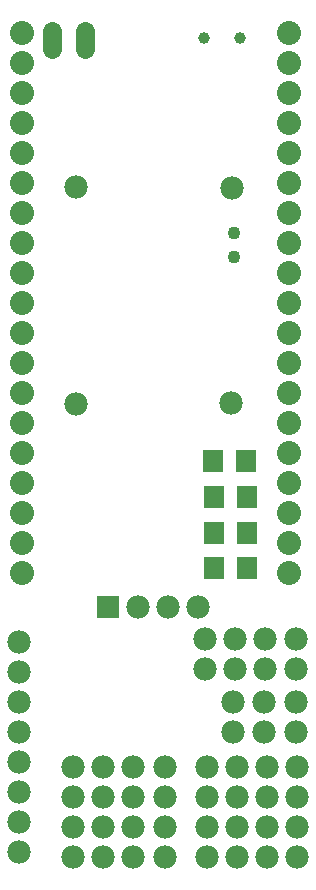
<source format=gbr>
G04 EAGLE Gerber RS-274X export*
G75*
%MOMM*%
%FSLAX34Y34*%
%LPD*%
%INSoldermask Bottom*%
%IPPOS*%
%AMOC8*
5,1,8,0,0,1.08239X$1,22.5*%
G01*
%ADD10C,1.101600*%
%ADD11C,1.625600*%
%ADD12C,1.981200*%
%ADD13C,1.001600*%
%ADD14R,1.701600X1.901600*%
%ADD15C,2.032000*%
%ADD16R,1.981200X1.981200*%


D10*
X196500Y543500D03*
X196500Y524000D03*
D11*
X42826Y699435D02*
X42826Y714675D01*
X70766Y714675D02*
X70766Y699435D01*
D12*
X194541Y399870D03*
X63041Y399370D03*
X63041Y582870D03*
X195541Y582370D03*
D13*
X171500Y709000D03*
X201500Y709000D03*
D14*
X207000Y350500D03*
X179000Y350500D03*
D12*
X223500Y174500D03*
X223500Y199900D03*
X249000Y121500D03*
X249000Y146900D03*
X249000Y175000D03*
X249000Y200400D03*
D15*
X243700Y255800D03*
X243700Y281200D03*
X243700Y306600D03*
X243700Y332000D03*
X243700Y357400D03*
X243700Y382800D03*
X243700Y408200D03*
X243700Y433600D03*
X243700Y459000D03*
X243700Y484400D03*
X243700Y509800D03*
X243700Y535200D03*
X243700Y560600D03*
X243700Y586000D03*
X243700Y611400D03*
X243700Y636800D03*
X243700Y662200D03*
X243700Y687600D03*
X243700Y713000D03*
X17200Y255800D03*
X17200Y281200D03*
X17200Y306600D03*
X17200Y332000D03*
X17200Y357400D03*
X17200Y382800D03*
X17200Y408200D03*
X17200Y433600D03*
X17200Y459000D03*
X17200Y484400D03*
X17200Y509800D03*
X17200Y535200D03*
X17200Y560600D03*
X17200Y586000D03*
X17200Y611400D03*
X17200Y636800D03*
X17200Y662200D03*
X17200Y687600D03*
X17200Y713000D03*
D12*
X172500Y174500D03*
X172500Y199900D03*
X198000Y174500D03*
X198000Y199900D03*
D14*
X207500Y320000D03*
X179500Y320000D03*
X207500Y290000D03*
X179500Y290000D03*
X207500Y260000D03*
X179500Y260000D03*
D16*
X90500Y227500D03*
D12*
X115900Y227500D03*
X141300Y227500D03*
X166700Y227500D03*
X222500Y147000D03*
X222500Y121600D03*
X196000Y147000D03*
X196000Y121600D03*
X174000Y15500D03*
X174000Y40900D03*
X174000Y66300D03*
X174000Y91700D03*
X199400Y15500D03*
X199400Y40900D03*
X199400Y66300D03*
X199400Y91700D03*
X224800Y15500D03*
X224800Y40900D03*
X224800Y66300D03*
X224800Y91700D03*
X250200Y15500D03*
X250200Y40900D03*
X250200Y66300D03*
X250200Y91700D03*
X15000Y20000D03*
X15000Y45400D03*
X15000Y70800D03*
X15000Y96200D03*
X15000Y121600D03*
X15000Y147000D03*
X15000Y172400D03*
X15000Y197800D03*
X60500Y16000D03*
X60500Y41400D03*
X60500Y66800D03*
X60500Y92200D03*
X85900Y16000D03*
X85900Y41400D03*
X85900Y66800D03*
X85900Y92200D03*
X111500Y16000D03*
X111500Y41400D03*
X111500Y66800D03*
X111500Y92200D03*
X138500Y16000D03*
X138500Y41400D03*
X138500Y66800D03*
X138500Y92200D03*
M02*

</source>
